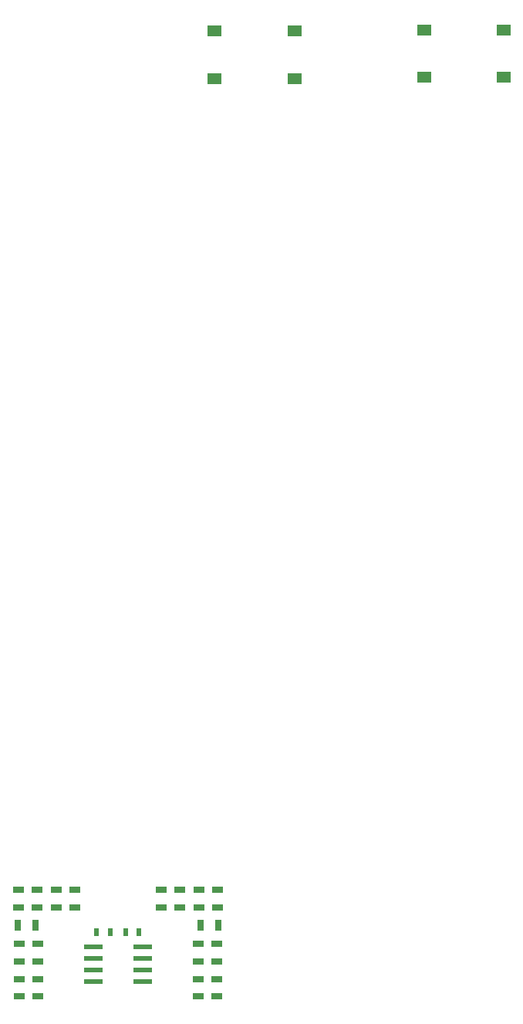
<source format=gtp>
G04 DipTrace 2.4.0.2*
%INMacro_Amp.GTP*%
%MOIN*%
%ADD32R,0.0512X0.0276*%
%ADD33R,0.0236X0.0354*%
%ADD41R,0.0276X0.0512*%
%ADD45R,0.0787X0.0236*%
%ADD46R,0.0598X0.0472*%
%FSLAX44Y44*%
G04*
G70*
G90*
G75*
G01*
%LNTopPaste*%
%LPD*%
D32*
X26150Y4240D3*
Y3496D3*
Y1980D3*
Y2724D3*
X18420Y4240D3*
Y3496D3*
Y1980D3*
Y2724D3*
D33*
X22200Y4750D3*
X22791D3*
D32*
X20000Y6574D3*
Y5826D3*
X23750Y6574D3*
Y5826D3*
X25380D3*
Y6574D3*
X26180Y5826D3*
Y6574D3*
D41*
X26204Y5050D3*
X25456D3*
D32*
X25330Y3496D3*
Y4244D3*
Y2724D3*
Y1976D3*
X24550Y6574D3*
Y5826D3*
X18370D3*
Y6574D3*
X17570Y5826D3*
Y6574D3*
D41*
X17546Y5050D3*
X18294D3*
D32*
X17600Y3496D3*
Y4244D3*
Y2724D3*
Y1976D3*
X19200Y6574D3*
Y5826D3*
D45*
X22933Y2610D3*
Y3110D3*
Y3610D3*
Y4110D3*
X20807D3*
Y3610D3*
Y3110D3*
Y2610D3*
D46*
X26054Y41620D3*
X29495D3*
X26054Y43671D3*
X29495D3*
X35105Y41679D3*
X38546D3*
X35105Y43730D3*
X38546D3*
D33*
X20955Y4745D3*
X21545D3*
M02*

</source>
